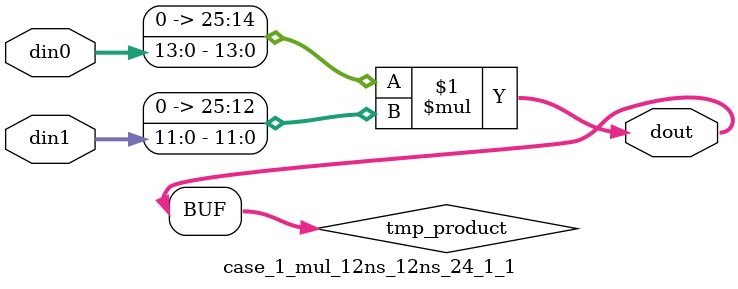
<source format=v>

`timescale 1 ns / 1 ps

 (* use_dsp = "no" *)  module case_1_mul_12ns_12ns_24_1_1(din0, din1, dout);
parameter ID = 1;
parameter NUM_STAGE = 0;
parameter din0_WIDTH = 14;
parameter din1_WIDTH = 12;
parameter dout_WIDTH = 26;

input [din0_WIDTH - 1 : 0] din0; 
input [din1_WIDTH - 1 : 0] din1; 
output [dout_WIDTH - 1 : 0] dout;

wire signed [dout_WIDTH - 1 : 0] tmp_product;
























assign tmp_product = $signed({1'b0, din0}) * $signed({1'b0, din1});











assign dout = tmp_product;





















endmodule

</source>
